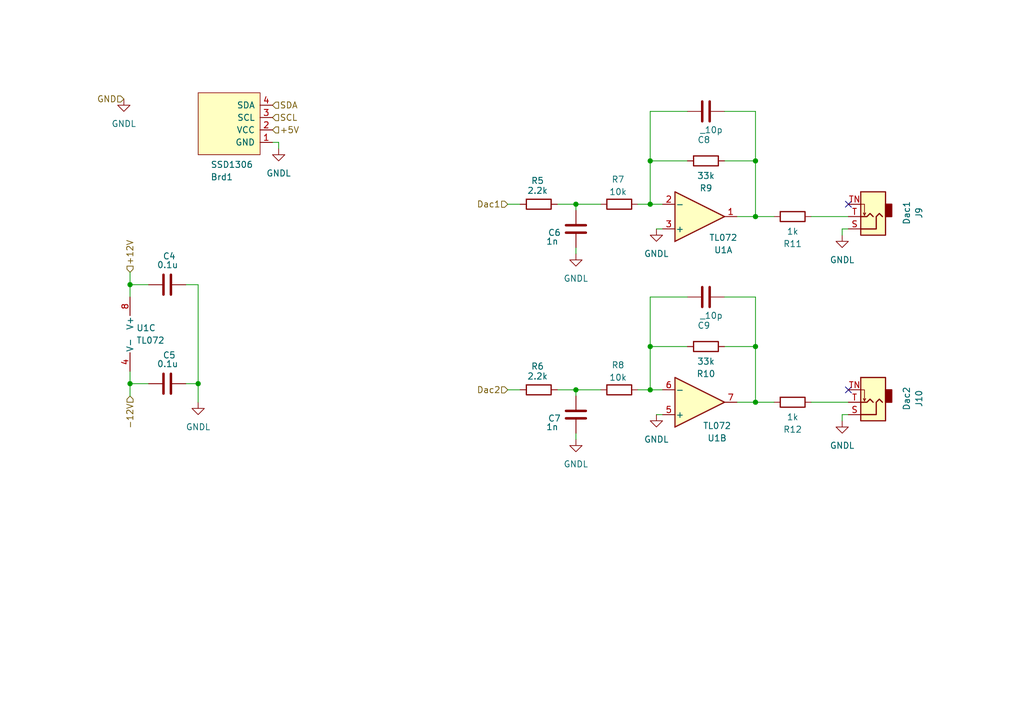
<source format=kicad_sch>
(kicad_sch (version 20250114) (generator "eeschema") (generator_version "9.0")
  (paper "A5")
  (title_block (title "Esper") (date "2025-05-13") (rev "1") (company "Sonic803"))
  (lib_symbols
    (symbol "Library:AudioJack2_SwitchT"
      (property "Reference" "J" (at 0 8.89 0))
      (property "Value" "AudioJack2_SwitchT" (at 0 6.35 0))
      (symbol "AudioJack2_SwitchT_0_1"
        (rectangle (start -2.54 0) (end -3.81 -2.54) (stroke (width 0.254)) (fill (type outline)))
        (polyline (pts (xy 0 0) (xy 0.635 -0.635) (xy 1.27 0) (xy 2.54 0)) (stroke (width 0.254)))
        (polyline (pts (xy 1.778 -0.254) (xy 2.032 -0.762)))
        (rectangle (start 2.54 3.81) (end -2.54 -5.08) (stroke (width 0.254)) (fill (type background)))
        (polyline (pts (xy 2.54 2.54) (xy -0.635 2.54) (xy -0.635 0) (xy -1.27 -0.635) (xy -1.905 0)) (stroke (width 0.254)))
        (polyline (pts (xy 2.54 -2.54) (xy 1.778 -2.54) (xy 1.778 -0.254) (xy 1.524 -0.762)))
      )
      (symbol "AudioJack2_SwitchT_1_1"
        (pin passive line (at 5.08 2.54 180) (length 2.54) (name "~") (number "S"))
        (pin passive line (at 5.08 0 180) (length 2.54) (name "~") (number "T"))
        (pin passive line (at 5.08 -2.54 180) (length 2.54) (name "~") (number "TN"))
      )
    )
    (symbol "Library:C" (pin_numbers (hide yes)) (pin_names (offset 0.254))
      (property "Reference" "C" (at 0.635 2.54 0))
      (property "Value" "C" (at 0.635 -2.54 0))
      (symbol "C_0_1"
        (polyline (pts (xy -2.032 0.762) (xy 2.032 0.762)) (stroke (width 0.508)))
        (polyline (pts (xy -2.032 -0.762) (xy 2.032 -0.762)) (stroke (width 0.508)))
      )
      (symbol "C_1_1"
        (pin passive line (at 0 3.81 270) (length 2.794) (name "~") (number "1"))
        (pin passive line (at 0 -3.81 90) (length 2.794) (name "~") (number "2"))
      )
    )
    (symbol "Library:GNDL" (in_bom no) (on_board no)
      (property "Value" "GNDL" (at 0 0 0))
      (symbol "GNDL_1_1"
        (polyline (pts (xy 0 0) (xy 0 -1.27) (xy 1.27 -1.27) (xy 0 -2.54) (xy -1.27 -1.27) (xy 0 -1.27)))
        (pin power_in line (at 0 0 270) (length 0) (hide yes) (name "GNDL") (number "1"))
      )
    )
    (symbol "Library:R" (pin_numbers (hide yes)) (pin_names (offset 0))
      (property "Reference" "R" (at 2.032 0 90))
      (property "Value" "R" (at 0 0 90))
      (symbol "R_0_1"
        (rectangle (start -1.016 -2.54) (end 1.016 2.54) (stroke (width 0.254)))
      )
      (symbol "R_1_1"
        (pin passive line (at 0 3.81 270) (length 1.27) (name "~") (number "1"))
        (pin passive line (at 0 -3.81 90) (length 1.27) (name "~") (number "2"))
      )
    )
    (symbol "Library:SSD1306" (pin_names (offset 1.016))
      (property "Reference" "Brd" (at 0 -3.81 0))
      (property "Value" "SSD1306" (at 0 -1.27 0))
      (property "Footprint" "Custom:128x64OLED" (at 0 6.35 0))
      (symbol "SSD1306_0_1"
        (rectangle (start -6.35 6.35) (end 6.35 -6.35) (fill (type background)))
      )
      (symbol "SSD1306_1_1"
        (pin input line (at -3.81 8.89 270) (length 2.54) (name "GND") (number "1"))
        (pin input line (at -1.27 8.89 270) (length 2.54) (name "VCC") (number "2"))
        (pin input line (at 1.27 8.89 270) (length 2.54) (name "SCL") (number "3"))
        (pin input line (at 3.81 8.89 270) (length 2.54) (name "SDA") (number "4"))
      )
    )
    (symbol "Library:TL072" (pin_names (offset 0.127))
      (property "Reference" "U" (at 0 5.08 0))
      (property "Value" "TL072" (at 0 -5.08 0))
      (symbol "TL072_1_1"
        (polyline (pts (xy -5.08 5.08) (xy 5.08 0) (xy -5.08 -5.08) (xy -5.08 5.08)) (stroke (width 0.254)) (fill (type background)))
        (pin input line (at -7.62 2.54 0) (length 2.54) (name "+") (number "3"))
        (pin input line (at -7.62 -2.54 0) (length 2.54) (name "-") (number "2"))
        (pin output line (at 7.62 0 180) (length 2.54) (name "~") (number "1"))
      )
      (symbol "TL072_2_1"
        (polyline (pts (xy -5.08 5.08) (xy 5.08 0) (xy -5.08 -5.08) (xy -5.08 5.08)) (stroke (width 0.254)) (fill (type background)))
        (pin input line (at -7.62 2.54 0) (length 2.54) (name "+") (number "5"))
        (pin input line (at -7.62 -2.54 0) (length 2.54) (name "-") (number "6"))
        (pin output line (at 7.62 0 180) (length 2.54) (name "~") (number "7"))
      )
      (symbol "TL072_3_1"
        (pin power_in line (at -2.54 7.62 270) (length 3.81) (name "V+") (number "8"))
        (pin power_in line (at -2.54 -7.62 90) (length 3.81) (name "V-") (number "4"))
      )
    )
  )
  (junction (at 154.94 82.55))
  (junction (at 26.67 58.42))
  (junction (at 154.94 44.45))
  (junction (at 40.64 78.74))
  (junction (at 118.11 41.91))
  (junction (at 26.67 78.74))
  (junction (at 133.35 71.12))
  (junction (at 133.35 80.01))
  (junction (at 154.94 71.12))
  (junction (at 118.11 80.01))
  (junction (at 133.35 41.91))
  (junction (at 133.35 33.02))
  (junction (at 154.94 33.02))
  (no_connect (at 173.99 41.91))
  (no_connect (at 173.99 80.01))
  (wire (pts (xy 57.15 29.21) (xy 57.15 30.48)))
  (wire (pts (xy 148.59 71.12) (xy 154.94 71.12)))
  (wire (pts (xy 26.67 78.74) (xy 26.67 76.2)))
  (wire (pts (xy 40.64 58.42) (xy 40.64 78.74)))
  (wire (pts (xy 26.67 81.28) (xy 26.67 78.74)))
  (wire (pts (xy 55.88 29.21) (xy 57.15 29.21)))
  (wire (pts (xy 154.94 33.02) (xy 154.94 44.45)))
  (wire (pts (xy 104.14 80.01) (xy 106.68 80.01)))
  (wire (pts (xy 118.11 80.01) (xy 123.19 80.01)))
  (wire (pts (xy 118.11 81.28) (xy 118.11 80.01)))
  (wire (pts (xy 154.94 22.86) (xy 154.94 33.02)))
  (wire (pts (xy 104.14 41.91) (xy 106.68 41.91)))
  (wire (pts (xy 133.35 80.01) (xy 135.89 80.01)))
  (wire (pts (xy 148.59 60.96) (xy 154.94 60.96)))
  (wire (pts (xy 154.94 71.12) (xy 154.94 82.55)))
  (wire (pts (xy 134.62 85.09) (xy 135.89 85.09)))
  (wire (pts (xy 133.35 71.12) (xy 140.97 71.12)))
  (wire (pts (xy 133.35 60.96) (xy 133.35 71.12)))
  (wire (pts (xy 26.67 58.42) (xy 26.67 60.96)))
  (wire (pts (xy 133.35 22.86) (xy 140.97 22.86)))
  (wire (pts (xy 118.11 80.01) (xy 114.3 80.01)))
  (wire (pts (xy 133.35 60.96) (xy 140.97 60.96)))
  (wire (pts (xy 40.64 78.74) (xy 38.1 78.74)))
  (wire (pts (xy 26.67 58.42) (xy 30.48 58.42)))
  (wire (pts (xy 26.67 55.88) (xy 26.67 58.42)))
  (wire (pts (xy 134.62 46.99) (xy 135.89 46.99)))
  (wire (pts (xy 130.81 80.01) (xy 133.35 80.01)))
  (wire (pts (xy 172.72 46.99) (xy 172.72 48.26)))
  (wire (pts (xy 40.64 82.55) (xy 40.64 78.74)))
  (wire (pts (xy 118.11 43.18) (xy 118.11 41.91)))
  (wire (pts (xy 154.94 82.55) (xy 158.75 82.55)))
  (wire (pts (xy 118.11 52.07) (xy 118.11 50.8)))
  (wire (pts (xy 154.94 44.45) (xy 158.75 44.45)))
  (wire (pts (xy 148.59 22.86) (xy 154.94 22.86)))
  (wire (pts (xy 166.37 44.45) (xy 173.99 44.45)))
  (wire (pts (xy 133.35 33.02) (xy 140.97 33.02)))
  (wire (pts (xy 173.99 46.99) (xy 172.72 46.99)))
  (wire (pts (xy 151.13 44.45) (xy 154.94 44.45)))
  (wire (pts (xy 154.94 60.96) (xy 154.94 71.12)))
  (wire (pts (xy 133.35 71.12) (xy 133.35 80.01)))
  (wire (pts (xy 118.11 90.17) (xy 118.11 88.9)))
  (wire (pts (xy 118.11 41.91) (xy 114.3 41.91)))
  (wire (pts (xy 133.35 41.91) (xy 135.89 41.91)))
  (wire (pts (xy 151.13 82.55) (xy 154.94 82.55)))
  (wire (pts (xy 172.72 85.09) (xy 172.72 86.36)))
  (wire (pts (xy 40.64 58.42) (xy 38.1 58.42)))
  (wire (pts (xy 166.37 82.55) (xy 173.99 82.55)))
  (wire (pts (xy 148.59 33.02) (xy 154.94 33.02)))
  (wire (pts (xy 133.35 22.86) (xy 133.35 33.02)))
  (wire (pts (xy 133.35 33.02) (xy 133.35 41.91)))
  (wire (pts (xy 118.11 41.91) (xy 123.19 41.91)))
  (wire (pts (xy 130.81 41.91) (xy 133.35 41.91)))
  (wire (pts (xy 26.67 78.74) (xy 30.48 78.74)))
  (wire (pts (xy 173.99 85.09) (xy 172.72 85.09)))
  (hierarchical_label "+12V" (shape input) (at 26.67 55.88 90))
  (hierarchical_label "GND" (shape input) (at 25.4 20.32 180))
  (hierarchical_label "Dac2" (shape input) (at 104.14 80.01 180))
  (hierarchical_label "Dac1" (shape input) (at 104.14 41.91 180))
  (hierarchical_label "SCL" (shape input) (at 55.88 24.13 0))
  (hierarchical_label "+5V" (shape input) (at 55.88 26.67 0))
  (hierarchical_label "-12V" (shape input) (at 26.67 81.28 270))
  (hierarchical_label "SDA" (shape input) (at 55.88 21.59 0))
  (symbol (lib_id "Library:R") (at 144.78 33.02 270) (unit 1)
    (property "Reference" "R9" (at 144.78 38.608 90))
    (property "Value" "33k" (at 144.78 36.068 90))
    (property "Footprint" "Resistor_SMD:R_0603_1608Metric" (effects (hide yes)))
    (property "Description" "Resistor" (effects (hide yes)))
  )
  (symbol (lib_id "Library:R") (at 162.56 44.45 270) (unit 1)
    (property "Reference" "R11" (at 162.56 50.038 90))
    (property "Value" "1k" (at 162.56 47.498 90))
    (property "Footprint" "Resistor_SMD:R_0603_1608Metric" (effects (hide yes)))
    (property "Description" "Resistor" (effects (hide yes)))
  )
  (symbol (lib_id "Library:R") (at 110.49 41.91 90) (unit 1)
    (property "Reference" "R5" (at 110.236 37.084 90))
    (property "Value" "2.2k" (at 110.236 39.116 90))
    (property "Footprint" "Resistor_SMD:R_0603_1608Metric" (effects (hide yes)))
    (property "Description" "Resistor" (effects (hide yes)))
  )
  (symbol (lib_id "Library:GNDL") (at 172.72 48.26 0) (unit 1) (in_bom no) (on_board no)
    (property "Reference" "#PWR28" (effects (hide yes)))
    (property "Value" "GNDL" (at 172.72 53.34 0))
  )
  (symbol (lib_id "Library:R") (at 162.56 82.55 270) (unit 1)
    (property "Reference" "R12" (at 162.56 88.138 90))
    (property "Value" "1k" (at 162.56 85.598 90))
    (property "Footprint" "Resistor_SMD:R_0603_1608Metric" (effects (hide yes)))
    (property "Description" "Resistor" (effects (hide yes)))
  )
  (symbol (lib_id "Library:GNDL") (at 25.4 20.32 0) (unit 1) (in_bom no) (on_board no)
    (property "Reference" "#PWR21" (effects (hide yes)))
    (property "Value" "GNDL" (at 25.4 25.4 0))
  )
  (symbol (lib_id "Library:TL072") (at 29.21 68.58 0) (unit 3)
    (property "Reference" "U1" (at 27.94 67.3099 0) (effects (justify left)))
    (property "Value" "TL072" (at 27.94 69.8499 0) (effects (justify left)))
    (property "Footprint" "Package_SO:SOIC-8_3.9x4.9mm_P1.27mm" (effects (hide yes)))
    (property "Datasheet" "http://www.ti.com/lit/ds/symlink/tl071.pdf" (effects (hide yes)))
    (property "Description" "Dual Low-Noise JFET-Input Operational Amplifiers, DIP-8/SOIC-8" (effects (hide yes)))
  )
  (symbol (lib_id "Library:GNDL") (at 134.62 46.99 0) (unit 1) (in_bom no) (on_board no)
    (property "Reference" "#PWR26" (effects (hide yes)))
    (property "Value" "GNDL" (at 134.62 52.07 0))
  )
  (symbol (lib_id "Library:C") (at 144.78 22.86 270) (unit 1)
    (property "Reference" "C8" (at 143.002 28.702 90) (effects (justify left)))
    (property "Value" "_10p" (at 143.51 26.67 90) (effects (justify left)))
    (property "Footprint" "Capacitor_SMD:C_0603_1608Metric" (effects (hide yes)))
    (property "Description" "Unpolarized capacitor" (effects (hide yes)))
  )
  (symbol (lib_id "Library:R") (at 110.49 80.01 90) (unit 1)
    (property "Reference" "R6" (at 110.236 75.184 90))
    (property "Value" "2.2k" (at 110.236 77.216 90))
    (property "Footprint" "Resistor_SMD:R_0603_1608Metric" (effects (hide yes)))
    (property "Description" "Resistor" (effects (hide yes)))
  )
  (symbol (lib_id "Library:C") (at 144.78 60.96 270) (unit 1)
    (property "Reference" "C9" (at 143.002 66.802 90) (effects (justify left)))
    (property "Value" "_10p" (at 143.51 64.77 90) (effects (justify left)))
    (property "Footprint" "Capacitor_SMD:C_0603_1608Metric" (effects (hide yes)))
    (property "Description" "Unpolarized capacitor" (effects (hide yes)))
  )
  (symbol (lib_id "Library:C") (at 118.11 46.99 180) (unit 1)
    (property "Reference" "C6" (at 115.062 47.752 0) (effects (justify left)))
    (property "Value" "1n" (at 114.554 49.53 0) (effects (justify left)))
    (property "Footprint" "Capacitor_SMD:C_0603_1608Metric" (effects (hide yes)))
    (property "Description" "Unpolarized capacitor" (effects (hide yes)))
  )
  (symbol (lib_id "Library:C") (at 34.29 78.74 90) (unit 1)
    (property "Reference" "C5" (at 36.068 72.898 90) (effects (justify left)))
    (property "Value" "0.1u" (at 36.576 74.676 90) (effects (justify left)))
    (property "Footprint" "Capacitor_SMD:C_0603_1608Metric" (effects (hide yes)))
    (property "Description" "Unpolarized capacitor" (effects (hide yes)))
  )
  (symbol (lib_id "Library:GNDL") (at 134.62 85.09 0) (unit 1) (in_bom no) (on_board no)
    (property "Reference" "#PWR27" (effects (hide yes)))
    (property "Value" "GNDL" (at 134.62 90.17 0))
  )
  (symbol (lib_id "Library:R") (at 144.78 71.12 270) (unit 1)
    (property "Reference" "R10" (at 144.78 76.708 90))
    (property "Value" "33k" (at 144.78 74.168 90))
    (property "Footprint" "Resistor_SMD:R_0603_1608Metric" (effects (hide yes)))
    (property "Description" "Resistor" (effects (hide yes)))
  )
  (symbol (lib_id "Library:R") (at 127 80.01 90) (unit 1)
    (property "Reference" "R8" (at 126.746 74.93 90))
    (property "Value" "10k" (at 126.746 77.47 90))
    (property "Footprint" "Resistor_SMD:R_0603_1608Metric" (effects (hide yes)))
    (property "Description" "Resistor" (effects (hide yes)))
  )
  (symbol (lib_id "Library:GNDL") (at 40.64 82.55 0) (unit 1) (in_bom no) (on_board no)
    (property "Reference" "#PWR22" (effects (hide yes)))
    (property "Value" "GNDL" (at 40.64 87.63 0))
  )
  (symbol (lib_id "Library:C") (at 34.29 58.42 90) (unit 1)
    (property "Reference" "C4" (at 36.068 52.578 90) (effects (justify left)))
    (property "Value" "0.1u" (at 36.576 54.356 90) (effects (justify left)))
    (property "Footprint" "Capacitor_SMD:C_0603_1608Metric" (effects (hide yes)))
    (property "Description" "Unpolarized capacitor" (effects (hide yes)))
  )
  (symbol (lib_id "Library:AudioJack2_SwitchT") (at 179.07 44.45 180) (unit 1)
    (property "Reference" "J9" (at 188.468 43.688 90))
    (property "Value" "Dac1" (at 185.928 43.688 90))
    (property "Footprint" "Custom:Jack" (effects (hide yes)))
    (property "Description" "Audio Jack, 2 Poles (Mono / TS), Switched T Pole (Normalling)" (effects (hide yes)))
  )
  (symbol (lib_id "Library:GNDL") (at 57.15 30.48 0) (unit 1) (in_bom no) (on_board no)
    (property "Reference" "#PWR23" (effects (hide yes)))
    (property "Value" "GNDL" (at 57.15 35.56 0))
  )
  (symbol (lib_id "Library:TL072") (at 143.51 82.55 0) (mirror x) (unit 2)
    (property "Reference" "U1" (at 147.066 89.916 0))
    (property "Value" "TL072" (at 147.066 87.376 0))
    (property "Footprint" "Package_SO:SOIC-8_3.9x4.9mm_P1.27mm" (effects (hide yes)))
    (property "Datasheet" "http://www.ti.com/lit/ds/symlink/tl071.pdf" (effects (hide yes)))
    (property "Description" "Dual Low-Noise JFET-Input Operational Amplifiers, DIP-8/SOIC-8" (effects (hide yes)))
  )
  (symbol (lib_id "Library:GNDL") (at 118.11 90.17 0) (unit 1) (in_bom no) (on_board no)
    (property "Reference" "#PWR25" (effects (hide yes)))
    (property "Value" "GNDL" (at 118.11 95.25 0))
  )
  (symbol (lib_id "Library:TL072") (at 143.51 44.45 0) (mirror x) (unit 1)
    (property "Reference" "U1" (at 148.336 51.308 0))
    (property "Value" "TL072" (at 148.336 48.768 0))
    (property "Footprint" "Package_SO:SOIC-8_3.9x4.9mm_P1.27mm" (effects (hide yes)))
    (property "Datasheet" "http://www.ti.com/lit/ds/symlink/tl071.pdf" (effects (hide yes)))
    (property "Description" "Dual Low-Noise JFET-Input Operational Amplifiers, DIP-8/SOIC-8" (effects (hide yes)))
  )
  (symbol (lib_id "Library:AudioJack2_SwitchT") (at 179.07 82.55 180) (unit 1)
    (property "Reference" "J10" (at 188.468 81.788 90))
    (property "Value" "Dac2" (at 185.928 81.788 90))
    (property "Footprint" "Custom:Jack" (effects (hide yes)))
    (property "Description" "Audio Jack, 2 Poles (Mono / TS), Switched T Pole (Normalling)" (effects (hide yes)))
  )
  (symbol (lib_id "Library:R") (at 127 41.91 90) (unit 1)
    (property "Reference" "R7" (at 126.746 36.83 90))
    (property "Value" "10k" (at 126.746 39.37 90))
    (property "Footprint" "Resistor_SMD:R_0603_1608Metric" (effects (hide yes)))
    (property "Description" "Resistor" (effects (hide yes)))
  )
  (symbol (lib_id "Library:SSD1306") (at 46.99 25.4 270) (mirror x) (unit 1)
    (property "Reference" "Brd1" (at 43.18 36.322 90) (effects (justify left)))
    (property "Value" "SSD1306" (at 43.18 33.782 90) (effects (justify left)))
    (property "Footprint" "Custom:128x64OLED" (effects (hide yes)))
    (property "Description" "SSD1306 OLED" (effects (hide yes)))
  )
  (symbol (lib_id "Library:GNDL") (at 172.72 86.36 0) (unit 1) (in_bom no) (on_board no)
    (property "Reference" "#PWR29" (effects (hide yes)))
    (property "Value" "GNDL" (at 172.72 91.44 0))
  )
  (symbol (lib_id "Library:GNDL") (at 118.11 52.07 0) (unit 1) (in_bom no) (on_board no)
    (property "Reference" "#PWR24" (effects (hide yes)))
    (property "Value" "GNDL" (at 118.11 57.15 0))
  )
  (symbol (lib_id "Library:C") (at 118.11 85.09 180) (unit 1)
    (property "Reference" "C7" (at 115.062 85.852 0) (effects (justify left)))
    (property "Value" "1n" (at 114.554 87.63 0) (effects (justify left)))
    (property "Footprint" "Capacitor_SMD:C_0603_1608Metric" (effects (hide yes)))
    (property "Description" "Unpolarized capacitor" (effects (hide yes)))
  )
)
</source>
